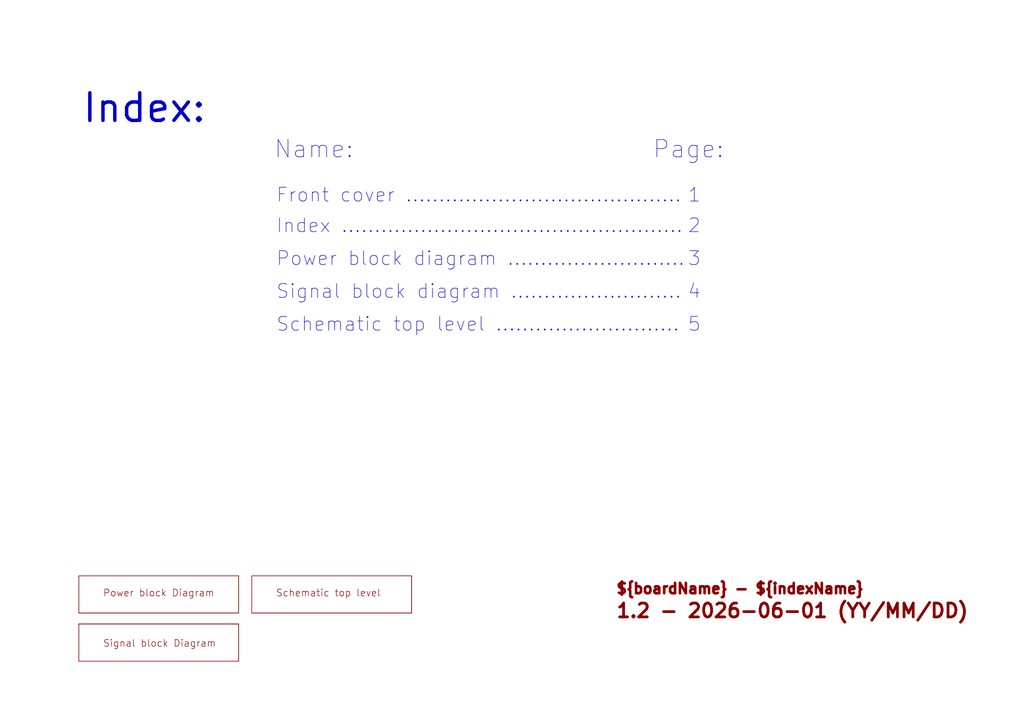
<source format=kicad_sch>
(kicad_sch
	(version 20250114)
	(generator "eeschema")
	(generator_version "9.0")
	(uuid "152dc8ca-1ae6-4745-a4ba-ab361a35bfc2")
	(paper "A4")
	(title_block
		(title "${boardName} - ${indexName}")
		(date "2025-08-16")
		(rev "1.2")
	)
	(lib_symbols)
	(text "5"
		(exclude_from_sim no)
		(at 199.39 96.52 0)
		(effects
			(font
				(size 4 4)
			)
			(justify left bottom)
		)
		(uuid "0711adca-415a-4e8a-9bd4-11b57f3054da")
	)
	(text "3"
		(exclude_from_sim no)
		(at 199.39 77.47 0)
		(effects
			(font
				(size 4 4)
			)
			(justify left bottom)
		)
		(uuid "11a364a0-8d31-431e-8b25-ceb35237b885")
	)
	(text "Power block Diagram"
		(exclude_from_sim no)
		(at 29.845 173.355 0)
		(effects
			(font
				(size 2 2)
				(color 132 0 0 1)
			)
			(justify left bottom)
		)
		(uuid "17c4eb43-cb9b-4ae2-b106-b1be4df2caa5")
	)
	(text "Front cover .........................................."
		(exclude_from_sim no)
		(at 80.01 59.055 0)
		(effects
			(font
				(size 4 4)
			)
			(justify left bottom)
		)
		(uuid "21329ce4-f53b-4757-a186-68e3ce22792c")
	)
	(text "4"
		(exclude_from_sim no)
		(at 199.39 86.995 0)
		(effects
			(font
				(size 4 4)
			)
			(justify left bottom)
		)
		(uuid "26f2b7c8-c2de-4596-8e7c-b877177bb530")
	)
	(text "Schematic top level"
		(exclude_from_sim no)
		(at 80.01 173.355 0)
		(effects
			(font
				(size 2 2)
				(color 132 0 0 1)
			)
			(justify left bottom)
		)
		(uuid "4a73f08e-1815-49ea-b4f4-be684143f8c9")
	)
	(text "1"
		(exclude_from_sim no)
		(at 199.39 59.055 0)
		(effects
			(font
				(size 4 4)
			)
			(justify left bottom)
		)
		(uuid "5a4b792d-7daf-49f9-a003-f77559fa2efd")
	)
	(text "${boardName} - ${indexName}"
		(exclude_from_sim no)
		(at 178.435 172.72 0)
		(effects
			(font
				(size 3 3)
				(thickness 0.8)
				(bold yes)
				(color 132 0 0 1)
			)
			(justify left bottom)
		)
		(uuid "68c73076-fc53-4e33-a915-c4ad7b924b5c")
	)
	(text "Schematic top level ............................"
		(exclude_from_sim no)
		(at 80.01 96.52 0)
		(effects
			(font
				(size 4 4)
			)
			(justify left bottom)
		)
		(uuid "78a44f64-78ce-43c9-9fff-a9cb12ae5e58")
	)
	(text "Index ...................................................."
		(exclude_from_sim no)
		(at 80.01 67.945 0)
		(effects
			(font
				(size 4 4)
			)
			(justify left bottom)
		)
		(uuid "86ab502a-b4f3-439d-b0ba-23f8fc09431b")
	)
	(text "${REVISION} - ${CURRENT_DATE} (YY/MM/DD)"
		(exclude_from_sim no)
		(at 178.435 179.705 0)
		(effects
			(font
				(size 4 4)
				(thickness 0.8)
				(bold yes)
				(color 132 0 0 1)
			)
			(justify left bottom)
		)
		(uuid "8e36bfcd-4ce4-4ce6-a0f0-b2c671aef3b4")
	)
	(text "Signal block diagram .........................."
		(exclude_from_sim no)
		(at 80.01 86.995 0)
		(effects
			(font
				(size 4 4)
			)
			(justify left bottom)
		)
		(uuid "99f42c34-2117-40cd-a543-31079bd518a5")
	)
	(text "Signal block Diagram"
		(exclude_from_sim no)
		(at 29.845 187.96 0)
		(effects
			(font
				(size 2 2)
				(color 132 0 0 1)
			)
			(justify left bottom)
		)
		(uuid "9d999c0d-df88-4b84-9d0a-05287308d64e")
	)
	(text "Name:"
		(exclude_from_sim no)
		(at 79.375 46.355 0)
		(effects
			(font
				(size 5 5)
			)
			(justify left bottom)
		)
		(uuid "abaed4f7-8b9b-42fb-b7e6-2364a8a9edf3")
	)
	(text "Page:"
		(exclude_from_sim no)
		(at 189.23 46.355 0)
		(effects
			(font
				(size 5 5)
			)
			(justify left bottom)
		)
		(uuid "cc55bf8f-d3a8-4da6-a5f8-64c109c81511")
	)
	(text "Power block diagram ..........................."
		(exclude_from_sim no)
		(at 80.01 77.47 0)
		(effects
			(font
				(size 4 4)
			)
			(justify left bottom)
		)
		(uuid "d2463a16-5ee1-4ea5-b724-3f5c6b12b298")
	)
	(text "Index:"
		(exclude_from_sim no)
		(at 23.495 36.195 0)
		(effects
			(font
				(size 8 8)
				(thickness 1)
				(bold yes)
			)
			(justify left bottom)
		)
		(uuid "da5e2eb9-cffc-4a6d-876e-eb7dcbbad407")
	)
	(text "2"
		(exclude_from_sim no)
		(at 199.39 67.945 0)
		(effects
			(font
				(size 4 4)
			)
			(justify left bottom)
		)
		(uuid "f621dca6-2e8a-4ab7-8a4b-480d0a1e895d")
	)
	(sheet
		(at 22.86 167.005)
		(size 46.355 10.795)
		(exclude_from_sim no)
		(in_bom yes)
		(on_board yes)
		(dnp no)
		(fields_autoplaced yes)
		(stroke
			(width 0.1524)
			(type solid)
		)
		(fill
			(color 0 0 0 0.0000)
		)
		(uuid "3932ca5d-b3c2-447d-bb12-a2b8dbdde072")
		(property "Sheetname" "PowerBD"
			(at 22.86 166.2934 0)
			(effects
				(font
					(size 1.27 1.27)
				)
				(justify left bottom)
				(hide yes)
			)
		)
		(property "Sheetfile" "PowerBD.kicad_sch"
			(at 22.86 178.3846 0)
			(effects
				(font
					(size 1.27 1.27)
				)
				(justify left top)
				(hide yes)
			)
		)
		(instances
			(project "1.2"
				(path "/e63e39d7-6ac0-4ffd-8aa3-1841a4541b55/eef31ba5-994a-4dab-8b67-8b56d6ec3764"
					(page "3")
				)
			)
		)
	)
	(sheet
		(at 73.025 167.005)
		(size 46.355 10.795)
		(exclude_from_sim no)
		(in_bom yes)
		(on_board yes)
		(dnp no)
		(fields_autoplaced yes)
		(stroke
			(width 0.1524)
			(type solid)
		)
		(fill
			(color 0 0 0 0.0000)
		)
		(uuid "51d7b191-4731-4885-91cc-26f33b9ffa53")
		(property "Sheetname" "schTop"
			(at 73.025 166.2934 0)
			(effects
				(font
					(size 1.27 1.27)
				)
				(justify left bottom)
				(hide yes)
			)
		)
		(property "Sheetfile" "schTop.kicad_sch"
			(at 73.025 178.3846 0)
			(effects
				(font
					(size 1.27 1.27)
				)
				(justify left top)
				(hide yes)
			)
		)
		(instances
			(project "1.2"
				(path "/e63e39d7-6ac0-4ffd-8aa3-1841a4541b55/eef31ba5-994a-4dab-8b67-8b56d6ec3764"
					(page "5")
				)
			)
		)
	)
	(sheet
		(at 22.86 180.975)
		(size 46.355 10.795)
		(exclude_from_sim no)
		(in_bom yes)
		(on_board yes)
		(dnp no)
		(fields_autoplaced yes)
		(stroke
			(width 0.1524)
			(type solid)
		)
		(fill
			(color 0 0 0 0.0000)
		)
		(uuid "c3b485fe-0f1e-46fb-b3ff-8782ddd819b9")
		(property "Sheetname" "signalBD"
			(at 22.86 180.2634 0)
			(effects
				(font
					(size 1.27 1.27)
				)
				(justify left bottom)
				(hide yes)
			)
		)
		(property "Sheetfile" "signalBD.kicad_sch"
			(at 22.86 192.3546 0)
			(effects
				(font
					(size 1.27 1.27)
				)
				(justify left top)
				(hide yes)
			)
		)
		(instances
			(project "1.2"
				(path "/e63e39d7-6ac0-4ffd-8aa3-1841a4541b55/eef31ba5-994a-4dab-8b67-8b56d6ec3764"
					(page "4")
				)
			)
		)
	)
)

</source>
